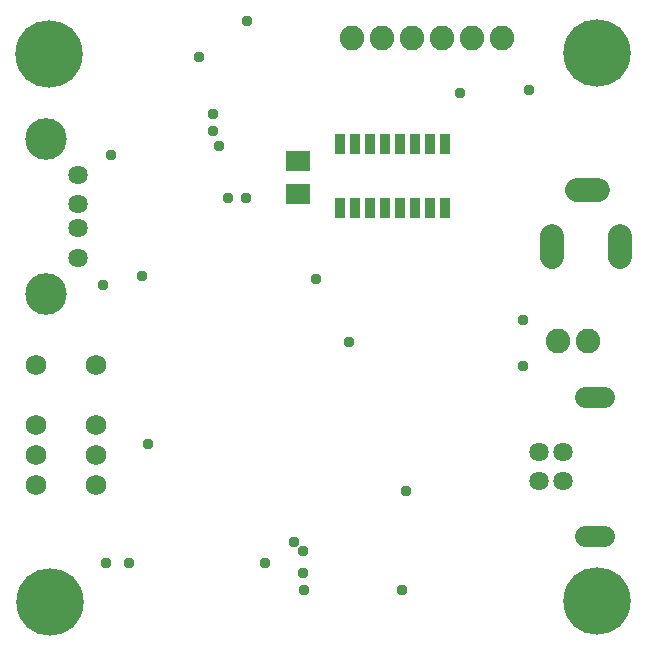
<source format=gbr>
G04 EAGLE Gerber RS-274X export*
G75*
%MOMM*%
%FSLAX34Y34*%
%LPD*%
%INSoldermask Bottom*%
%IPPOS*%
%AMOC8*
5,1,8,0,0,1.08239X$1,22.5*%
G01*
%ADD10C,2.003200*%
%ADD11C,1.753200*%
%ADD12C,3.519200*%
%ADD13C,1.631200*%
%ADD14C,1.803200*%
%ADD15R,0.838200X1.727200*%
%ADD16R,2.003200X1.803200*%
%ADD17C,2.082800*%
%ADD18C,5.703200*%
%ADD19C,0.959600*%


D10*
X526800Y334800D02*
X526800Y352800D01*
X468800Y352800D02*
X468800Y334800D01*
X489800Y391800D02*
X507800Y391800D01*
D11*
X32030Y243400D03*
X32030Y192600D03*
X32030Y167200D03*
X32030Y141800D03*
X82830Y243400D03*
X82830Y192600D03*
X82830Y167200D03*
X82830Y141800D03*
D12*
X40700Y434900D03*
X40700Y303500D03*
D13*
X67800Y359200D03*
X67800Y379200D03*
X67800Y334200D03*
X67800Y404200D03*
X458220Y169940D03*
X458220Y144940D03*
X478220Y144940D03*
X478220Y169940D03*
D14*
X497320Y98440D02*
X513320Y98440D01*
X513320Y216440D02*
X497320Y216440D01*
D15*
X302540Y430440D03*
X327940Y376540D03*
X289840Y430440D03*
X315240Y430440D03*
X327940Y430440D03*
X315240Y376540D03*
X340640Y376540D03*
X353340Y376540D03*
X353340Y430440D03*
X378740Y376540D03*
X340640Y430440D03*
X366040Y430440D03*
X366040Y376540D03*
X378740Y430440D03*
X302540Y376540D03*
X289840Y376540D03*
D16*
X254280Y416220D03*
X254280Y388220D03*
D17*
X300000Y520330D03*
X325400Y520330D03*
X350800Y520330D03*
X376200Y520330D03*
X401600Y520330D03*
X427000Y520330D03*
X499060Y263280D03*
X473660Y263280D03*
D18*
X43780Y42800D03*
X506920Y43070D03*
X507250Y507600D03*
X43180Y506680D03*
D19*
X444780Y242200D03*
X444780Y281570D03*
X127280Y176160D03*
X95530Y421270D03*
X122200Y318400D03*
X211100Y534300D03*
X345720Y136380D03*
X226340Y75830D03*
X110770Y75830D03*
X258090Y85990D03*
X250470Y93610D03*
X89180Y310780D03*
X259360Y52970D03*
X258316Y67000D03*
X186970Y428890D03*
X194590Y384440D03*
X91720Y75830D03*
X341910Y52970D03*
X269520Y315860D03*
X209830Y384440D03*
X297460Y262520D03*
X181890Y441590D03*
X181890Y455560D03*
X449240Y476530D03*
X391440Y473340D03*
X170460Y503820D03*
M02*

</source>
